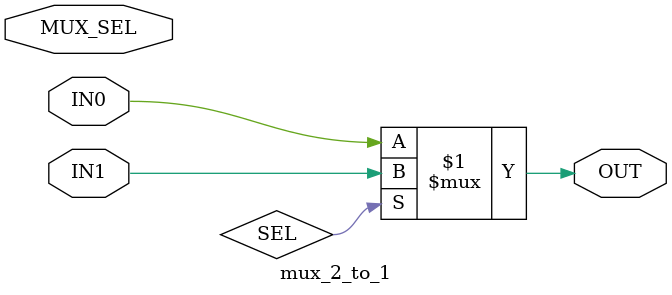
<source format=v>
`timescale 1ns / 1ps


module mux_2_to_1
(
    input IN0,
    input IN1,
    input MUX_SEL,
    output OUT
);

assign OUT = SEL? IN1 : IN0;

endmodule

</source>
